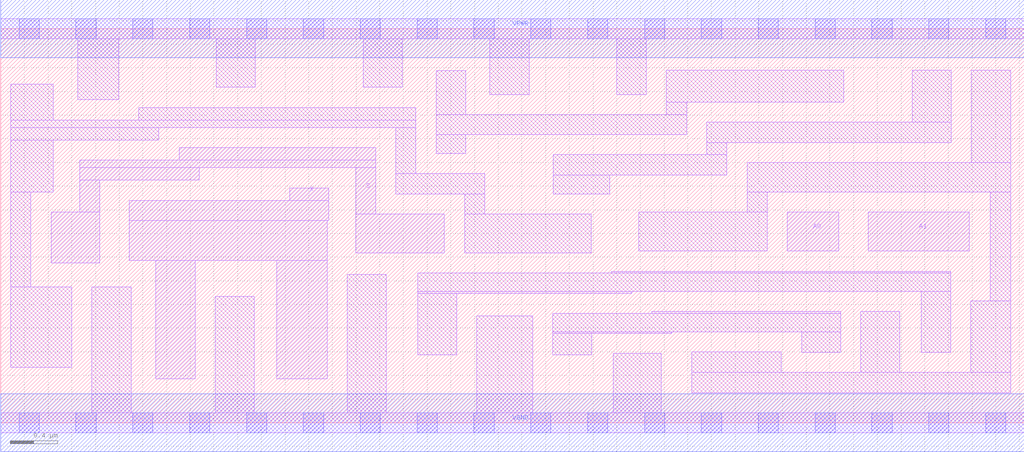
<source format=lef>
# Copyright 2020 The SkyWater PDK Authors
#
# Licensed under the Apache License, Version 2.0 (the "License");
# you may not use this file except in compliance with the License.
# You may obtain a copy of the License at
#
#     https://www.apache.org/licenses/LICENSE-2.0
#
# Unless required by applicable law or agreed to in writing, software
# distributed under the License is distributed on an "AS IS" BASIS,
# WITHOUT WARRANTIES OR CONDITIONS OF ANY KIND, either express or implied.
# See the License for the specific language governing permissions and
# limitations under the License.
#
# SPDX-License-Identifier: Apache-2.0

VERSION 5.5 ;
NAMESCASESENSITIVE ON ;
BUSBITCHARS "[]" ;
DIVIDERCHAR "/" ;
MACRO sky130_fd_sc_ls__mux2_4
  CLASS CORE ;
  SOURCE USER ;
  ORIGIN  0.000000  0.000000 ;
  SIZE  8.640000 BY  3.330000 ;
  SYMMETRY X Y ;
  SITE unit ;
  PIN A0
    ANTENNAGATEAREA  0.492000 ;
    DIRECTION INPUT ;
    USE SIGNAL ;
    PORT
      LAYER li1 ;
        RECT 6.640000 1.450000 7.075000 1.780000 ;
    END
  END A0
  PIN A1
    ANTENNAGATEAREA  0.492000 ;
    DIRECTION INPUT ;
    USE SIGNAL ;
    PORT
      LAYER li1 ;
        RECT 7.325000 1.450000 8.175000 1.780000 ;
    END
  END A1
  PIN S
    ANTENNAGATEAREA  0.738000 ;
    DIRECTION INPUT ;
    USE SIGNAL ;
    PORT
      LAYER li1 ;
        RECT 0.425000 1.350000 0.835000 1.780000 ;
        RECT 0.665000 1.780000 0.835000 2.050000 ;
        RECT 0.665000 2.050000 1.675000 2.155000 ;
        RECT 0.665000 2.155000 3.165000 2.220000 ;
        RECT 1.505000 2.220000 3.165000 2.325000 ;
        RECT 2.995000 1.435000 3.745000 1.765000 ;
        RECT 2.995000 1.765000 3.165000 2.155000 ;
    END
  END S
  PIN X
    ANTENNADIFFAREA  1.576550 ;
    DIRECTION OUTPUT ;
    USE SIGNAL ;
    PORT
      LAYER li1 ;
        RECT 1.085000 1.370000 2.755000 1.710000 ;
        RECT 1.085000 1.710000 2.770000 1.880000 ;
        RECT 1.310000 0.370000 1.640000 1.370000 ;
        RECT 2.330000 0.370000 2.755000 1.370000 ;
        RECT 2.440000 1.880000 2.770000 1.985000 ;
    END
  END X
  PIN VGND
    DIRECTION INOUT ;
    SHAPE ABUTMENT ;
    USE GROUND ;
    PORT
      LAYER met1 ;
        RECT 0.000000 -0.245000 8.640000 0.245000 ;
    END
  END VGND
  PIN VPWR
    DIRECTION INOUT ;
    SHAPE ABUTMENT ;
    USE POWER ;
    PORT
      LAYER met1 ;
        RECT 0.000000 3.085000 8.640000 3.575000 ;
    END
  END VPWR
  OBS
    LAYER li1 ;
      RECT 0.000000 -0.085000 8.640000 0.085000 ;
      RECT 0.000000  3.245000 8.640000 3.415000 ;
      RECT 0.085000  0.470000 0.600000 1.150000 ;
      RECT 0.085000  1.150000 0.255000 1.950000 ;
      RECT 0.085000  1.950000 0.445000 2.390000 ;
      RECT 0.085000  2.390000 1.335000 2.495000 ;
      RECT 0.085000  2.495000 3.505000 2.560000 ;
      RECT 0.085000  2.560000 0.445000 2.860000 ;
      RECT 0.650000  2.730000 0.995000 3.245000 ;
      RECT 0.770000  0.085000 1.100000 1.150000 ;
      RECT 1.165000  2.560000 3.505000 2.665000 ;
      RECT 1.810000  0.085000 2.140000 1.070000 ;
      RECT 1.820000  2.835000 2.150000 3.245000 ;
      RECT 2.925000  0.085000 3.255000 1.255000 ;
      RECT 3.060000  2.835000 3.390000 3.245000 ;
      RECT 3.335000  1.935000 4.085000 2.105000 ;
      RECT 3.335000  2.105000 3.505000 2.495000 ;
      RECT 3.520000  0.575000 3.850000 1.095000 ;
      RECT 3.520000  1.095000 5.325000 1.110000 ;
      RECT 3.520000  1.110000 8.020000 1.265000 ;
      RECT 3.675000  2.275000 3.925000 2.435000 ;
      RECT 3.675000  2.435000 5.790000 2.605000 ;
      RECT 3.675000  2.605000 3.925000 2.975000 ;
      RECT 3.915000  1.435000 4.985000 1.765000 ;
      RECT 3.915000  1.765000 4.085000 1.935000 ;
      RECT 4.020000  0.085000 4.490000 0.905000 ;
      RECT 4.130000  2.775000 4.460000 3.245000 ;
      RECT 4.660000  0.575000 4.990000 0.755000 ;
      RECT 4.660000  0.755000 5.665000 0.770000 ;
      RECT 4.660000  0.770000 7.090000 0.925000 ;
      RECT 4.665000  1.935000 5.140000 2.095000 ;
      RECT 4.665000  2.095000 6.130000 2.265000 ;
      RECT 5.155000  1.265000 8.020000 1.280000 ;
      RECT 5.170000  0.085000 5.575000 0.585000 ;
      RECT 5.200000  2.775000 5.450000 3.245000 ;
      RECT 5.385000  1.450000 6.470000 1.780000 ;
      RECT 5.495000  0.925000 7.090000 0.940000 ;
      RECT 5.620000  2.605000 5.790000 2.710000 ;
      RECT 5.620000  2.710000 7.115000 2.980000 ;
      RECT 5.835000  0.255000 8.525000 0.425000 ;
      RECT 5.835000  0.425000 6.590000 0.600000 ;
      RECT 5.960000  2.265000 6.130000 2.370000 ;
      RECT 5.960000  2.370000 8.025000 2.540000 ;
      RECT 6.300000  1.780000 6.470000 1.950000 ;
      RECT 6.300000  1.950000 8.525000 2.200000 ;
      RECT 6.760000  0.595000 7.090000 0.770000 ;
      RECT 7.260000  0.425000 7.590000 0.940000 ;
      RECT 7.695000  2.540000 8.025000 2.980000 ;
      RECT 7.770000  0.595000 8.020000 1.110000 ;
      RECT 8.190000  0.425000 8.525000 1.030000 ;
      RECT 8.195000  2.200000 8.525000 2.980000 ;
      RECT 8.355000  1.030000 8.525000 1.950000 ;
    LAYER mcon ;
      RECT 0.155000 -0.085000 0.325000 0.085000 ;
      RECT 0.155000  3.245000 0.325000 3.415000 ;
      RECT 0.635000 -0.085000 0.805000 0.085000 ;
      RECT 0.635000  3.245000 0.805000 3.415000 ;
      RECT 1.115000 -0.085000 1.285000 0.085000 ;
      RECT 1.115000  3.245000 1.285000 3.415000 ;
      RECT 1.595000 -0.085000 1.765000 0.085000 ;
      RECT 1.595000  3.245000 1.765000 3.415000 ;
      RECT 2.075000 -0.085000 2.245000 0.085000 ;
      RECT 2.075000  3.245000 2.245000 3.415000 ;
      RECT 2.555000 -0.085000 2.725000 0.085000 ;
      RECT 2.555000  3.245000 2.725000 3.415000 ;
      RECT 3.035000 -0.085000 3.205000 0.085000 ;
      RECT 3.035000  3.245000 3.205000 3.415000 ;
      RECT 3.515000 -0.085000 3.685000 0.085000 ;
      RECT 3.515000  3.245000 3.685000 3.415000 ;
      RECT 3.995000 -0.085000 4.165000 0.085000 ;
      RECT 3.995000  3.245000 4.165000 3.415000 ;
      RECT 4.475000 -0.085000 4.645000 0.085000 ;
      RECT 4.475000  3.245000 4.645000 3.415000 ;
      RECT 4.955000 -0.085000 5.125000 0.085000 ;
      RECT 4.955000  3.245000 5.125000 3.415000 ;
      RECT 5.435000 -0.085000 5.605000 0.085000 ;
      RECT 5.435000  3.245000 5.605000 3.415000 ;
      RECT 5.915000 -0.085000 6.085000 0.085000 ;
      RECT 5.915000  3.245000 6.085000 3.415000 ;
      RECT 6.395000 -0.085000 6.565000 0.085000 ;
      RECT 6.395000  3.245000 6.565000 3.415000 ;
      RECT 6.875000 -0.085000 7.045000 0.085000 ;
      RECT 6.875000  3.245000 7.045000 3.415000 ;
      RECT 7.355000 -0.085000 7.525000 0.085000 ;
      RECT 7.355000  3.245000 7.525000 3.415000 ;
      RECT 7.835000 -0.085000 8.005000 0.085000 ;
      RECT 7.835000  3.245000 8.005000 3.415000 ;
      RECT 8.315000 -0.085000 8.485000 0.085000 ;
      RECT 8.315000  3.245000 8.485000 3.415000 ;
  END
END sky130_fd_sc_ls__mux2_4

</source>
